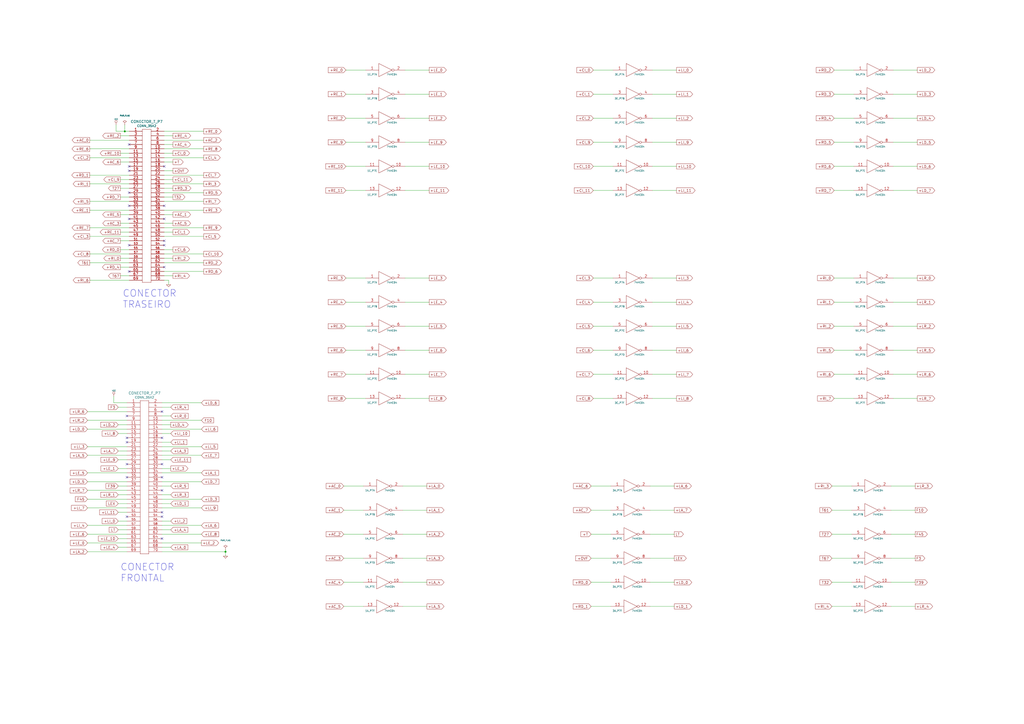
<source format=kicad_sch>
(kicad_sch (version 20250114) (generator "eeschema") (generator_version "9.0")
  (paper "A2")
  (title_block (date "2 aug 2016"))
  (text "CONECTOR\nFRONTAL" (at 69.85 337.82 0) (effects (font (size 3.9878 3.9878)) (justify left bottom)))
  (text "CONECTOR\nTRASEIRO" (at 71.12 179.07 0) (effects (font (size 3.9878 3.9878)) (justify left bottom)))
  (junction (at 130.81 320.04))
  (junction (at 72.39 76.2))
  (no_connect (at 74.93 99.06))
  (no_connect (at 74.93 83.82))
  (no_connect (at 73.66 276.86))
  (no_connect (at 74.93 119.38))
  (no_connect (at 73.66 256.54))
  (no_connect (at 74.93 127))
  (no_connect (at 93.98 254))
  (no_connect (at 73.66 254))
  (no_connect (at 74.93 96.52))
  (no_connect (at 73.66 269.24))
  (no_connect (at 95.25 139.7))
  (no_connect (at 93.98 238.76))
  (no_connect (at 95.25 119.38))
  (no_connect (at 93.98 299.72))
  (no_connect (at 74.93 157.48))
  (no_connect (at 93.98 269.24))
  (no_connect (at 93.98 284.48))
  (no_connect (at 95.25 127))
  (no_connect (at 73.66 299.72))
  (no_connect (at 95.25 154.94))
  (no_connect (at 95.25 142.24))
  (no_connect (at 93.98 276.86))
  (no_connect (at 74.93 111.76))
  (no_connect (at 93.98 297.18))
  (no_connect (at 73.66 241.3))
  (no_connect (at 74.93 142.24))
  (no_connect (at 95.25 96.52))
  (no_connect (at 93.98 312.42))
  (wire (pts (xy 116.84 304.8) (xy 93.98 304.8)))
  (wire (pts (xy 392.43 96.52) (xy 378.46 96.52)))
  (wire (pts (xy 50.8 248.92) (xy 73.66 248.92)))
  (wire (pts (xy 68.58 292.1) (xy 73.66 292.1)))
  (wire (pts (xy 248.92 203.2) (xy 234.95 203.2)))
  (wire (pts (xy 116.84 243.84) (xy 93.98 243.84)))
  (wire (pts (xy 212.09 231.14) (xy 200.66 231.14)))
  (wire (pts (xy 52.07 137.16) (xy 74.93 137.16)))
  (wire (pts (xy 247.65 323.85) (xy 233.68 323.85)))
  (wire (pts (xy 212.09 68.58) (xy 200.66 68.58)))
  (wire (pts (xy 212.09 189.23) (xy 200.66 189.23)))
  (wire (pts (xy 391.16 337.82) (xy 377.19 337.82)))
  (wire (pts (xy 494.03 337.82) (xy 482.6 337.82)))
  (wire (pts (xy 495.3 231.14) (xy 483.87 231.14)))
  (wire (pts (xy 392.43 217.17) (xy 378.46 217.17)))
  (wire (pts (xy 118.11 106.68) (xy 95.25 106.68)))
  (wire (pts (xy 68.58 287.02) (xy 73.66 287.02)))
  (wire (pts (xy 248.92 161.29) (xy 234.95 161.29)))
  (wire (pts (xy 354.33 337.82) (xy 342.9 337.82)))
  (wire (pts (xy 67.31 72.39) (xy 67.31 76.2)))
  (wire (pts (xy 52.07 152.4) (xy 74.93 152.4)))
  (wire (pts (xy 248.92 40.64) (xy 234.95 40.64)))
  (wire (pts (xy 532.13 217.17) (xy 518.16 217.17)))
  (wire (pts (xy 354.33 281.94) (xy 342.9 281.94)))
  (wire (pts (xy 248.92 189.23) (xy 234.95 189.23)))
  (wire (pts (xy 68.58 271.78) (xy 73.66 271.78)))
  (wire (pts (xy 68.58 317.5) (xy 73.66 317.5)))
  (wire (pts (xy 530.86 323.85) (xy 516.89 323.85)))
  (wire (pts (xy 248.92 82.55) (xy 234.95 82.55)))
  (wire (pts (xy 68.58 246.38) (xy 73.66 246.38)))
  (wire (pts (xy 495.3 82.55) (xy 483.87 82.55)))
  (wire (pts (xy 66.04 233.68) (xy 73.66 233.68)))
  (wire (pts (xy 99.06 271.78) (xy 93.98 271.78)))
  (wire (pts (xy 100.33 129.54) (xy 95.25 129.54)))
  (wire (pts (xy 100.33 114.3) (xy 95.25 114.3)))
  (wire (pts (xy 532.13 96.52) (xy 518.16 96.52)))
  (wire (pts (xy 495.3 54.61) (xy 483.87 54.61)))
  (wire (pts (xy 100.33 109.22) (xy 95.25 109.22)))
  (wire (pts (xy 391.16 309.88) (xy 377.19 309.88)))
  (wire (pts (xy 99.06 281.94) (xy 93.98 281.94)))
  (wire (pts (xy 494.03 323.85) (xy 482.6 323.85)))
  (wire (pts (xy 355.6 217.17) (xy 344.17 217.17)))
  (wire (pts (xy 116.84 279.4) (xy 93.98 279.4)))
  (wire (pts (xy 391.16 281.94) (xy 377.19 281.94)))
  (wire (pts (xy 210.82 337.82) (xy 199.39 337.82)))
  (wire (pts (xy 93.98 248.92) (xy 116.84 248.92)))
  (wire (pts (xy 248.92 54.61) (xy 234.95 54.61)))
  (wire (pts (xy 530.86 337.82) (xy 516.89 337.82)))
  (wire (pts (xy 392.43 231.14) (xy 378.46 231.14)))
  (wire (pts (xy 118.11 86.36) (xy 95.25 86.36)))
  (wire (pts (xy 100.33 83.82) (xy 95.25 83.82)))
  (wire (pts (xy 99.06 307.34) (xy 93.98 307.34)))
  (wire (pts (xy 495.3 175.26) (xy 483.87 175.26)))
  (wire (pts (xy 392.43 82.55) (xy 378.46 82.55)))
  (wire (pts (xy 495.3 40.64) (xy 483.87 40.64)))
  (wire (pts (xy 210.82 351.79) (xy 199.39 351.79)))
  (wire (pts (xy 69.85 104.14) (xy 74.93 104.14)))
  (wire (pts (xy 69.85 129.54) (xy 74.93 129.54)))
  (wire (pts (xy 532.13 68.58) (xy 518.16 68.58)))
  (wire (pts (xy 495.3 217.17) (xy 483.87 217.17)))
  (wire (pts (xy 210.82 323.85) (xy 199.39 323.85)))
  (wire (pts (xy 355.6 161.29) (xy 344.17 161.29)))
  (wire (pts (xy 74.93 149.86) (xy 69.85 149.86)))
  (wire (pts (xy 68.58 266.7) (xy 73.66 266.7)))
  (wire (pts (xy 212.09 54.61) (xy 200.66 54.61)))
  (wire (pts (xy 99.06 251.46) (xy 93.98 251.46)))
  (wire (pts (xy 50.8 320.04) (xy 73.66 320.04)))
  (wire (pts (xy 50.8 309.88) (xy 73.66 309.88)))
  (wire (pts (xy 100.33 93.98) (xy 95.25 93.98)))
  (wire (pts (xy 99.06 292.1) (xy 93.98 292.1)))
  (wire (pts (xy 99.06 246.38) (xy 93.98 246.38)))
  (wire (pts (xy 130.81 318.77) (xy 130.81 320.04)))
  (wire (pts (xy 355.6 68.58) (xy 344.17 68.58)))
  (wire (pts (xy 99.06 266.7) (xy 93.98 266.7)))
  (wire (pts (xy 99.06 241.3) (xy 93.98 241.3)))
  (wire (pts (xy 532.13 189.23) (xy 518.16 189.23)))
  (wire (pts (xy 52.07 101.6) (xy 74.93 101.6)))
  (wire (pts (xy 100.33 104.14) (xy 95.25 104.14)))
  (wire (pts (xy 247.65 309.88) (xy 233.68 309.88)))
  (wire (pts (xy 247.65 351.79) (xy 233.68 351.79)))
  (wire (pts (xy 67.31 76.2) (xy 72.39 76.2)))
  (wire (pts (xy 532.13 203.2) (xy 518.16 203.2)))
  (wire (pts (xy 100.33 78.74) (xy 95.25 78.74)))
  (wire (pts (xy 52.07 132.08) (xy 74.93 132.08)))
  (wire (pts (xy 118.11 101.6) (xy 95.25 101.6)))
  (wire (pts (xy 130.81 320.04) (xy 130.81 322.58)))
  (wire (pts (xy 116.84 274.32) (xy 93.98 274.32)))
  (wire (pts (xy 69.85 114.3) (xy 74.93 114.3)))
  (wire (pts (xy 97.79 162.56) (xy 97.79 165.1)))
  (wire (pts (xy 495.3 161.29) (xy 483.87 161.29)))
  (wire (pts (xy 495.3 96.52) (xy 483.87 96.52)))
  (wire (pts (xy 494.03 351.79) (xy 482.6 351.79)))
  (wire (pts (xy 118.11 137.16) (xy 95.25 137.16)))
  (wire (pts (xy 248.92 175.26) (xy 234.95 175.26)))
  (wire (pts (xy 52.07 162.56) (xy 74.93 162.56)))
  (wire (pts (xy 68.58 302.26) (xy 73.66 302.26)))
  (wire (pts (xy 532.13 161.29) (xy 518.16 161.29)))
  (wire (pts (xy 212.09 110.49) (xy 200.66 110.49)))
  (wire (pts (xy 50.8 279.4) (xy 73.66 279.4)))
  (wire (pts (xy 50.8 243.84) (xy 73.66 243.84)))
  (wire (pts (xy 494.03 295.91) (xy 482.6 295.91)))
  (wire (pts (xy 118.11 152.4) (xy 95.25 152.4)))
  (wire (pts (xy 355.6 189.23) (xy 344.17 189.23)))
  (wire (pts (xy 495.3 189.23) (xy 483.87 189.23)))
  (wire (pts (xy 116.84 289.56) (xy 93.98 289.56)))
  (wire (pts (xy 118.11 81.28) (xy 95.25 81.28)))
  (wire (pts (xy 532.13 231.14) (xy 518.16 231.14)))
  (wire (pts (xy 68.58 251.46) (xy 73.66 251.46)))
  (wire (pts (xy 69.85 78.74) (xy 74.93 78.74)))
  (wire (pts (xy 532.13 175.26) (xy 518.16 175.26)))
  (wire (pts (xy 494.03 309.88) (xy 482.6 309.88)))
  (wire (pts (xy 50.8 274.32) (xy 73.66 274.32)))
  (wire (pts (xy 248.92 68.58) (xy 234.95 68.58)))
  (wire (pts (xy 100.33 99.06) (xy 95.25 99.06)))
  (wire (pts (xy 116.84 259.08) (xy 93.98 259.08)))
  (wire (pts (xy 354.33 351.79) (xy 342.9 351.79)))
  (wire (pts (xy 247.65 295.91) (xy 233.68 295.91)))
  (wire (pts (xy 530.86 295.91) (xy 516.89 295.91)))
  (wire (pts (xy 100.33 88.9) (xy 95.25 88.9)))
  (wire (pts (xy 212.09 40.64) (xy 200.66 40.64)))
  (wire (pts (xy 66.04 229.87) (xy 66.04 233.68)))
  (wire (pts (xy 532.13 40.64) (xy 518.16 40.64)))
  (wire (pts (xy 495.3 68.58) (xy 483.87 68.58)))
  (wire (pts (xy 52.07 91.44) (xy 74.93 91.44)))
  (wire (pts (xy 392.43 161.29) (xy 378.46 161.29)))
  (wire (pts (xy 532.13 82.55) (xy 518.16 82.55)))
  (wire (pts (xy 248.92 217.17) (xy 234.95 217.17)))
  (wire (pts (xy 69.85 124.46) (xy 74.93 124.46)))
  (wire (pts (xy 99.06 236.22) (xy 93.98 236.22)))
  (wire (pts (xy 355.6 82.55) (xy 344.17 82.55)))
  (wire (pts (xy 212.09 161.29) (xy 200.66 161.29)))
  (wire (pts (xy 212.09 217.17) (xy 200.66 217.17)))
  (wire (pts (xy 118.11 157.48) (xy 95.25 157.48)))
  (wire (pts (xy 130.81 320.04) (xy 93.98 320.04)))
  (wire (pts (xy 95.25 162.56) (xy 97.79 162.56)))
  (wire (pts (xy 118.11 116.84) (xy 95.25 116.84)))
  (wire (pts (xy 355.6 96.52) (xy 344.17 96.52)))
  (wire (pts (xy 72.39 72.39) (xy 72.39 76.2)))
  (wire (pts (xy 210.82 309.88) (xy 199.39 309.88)))
  (wire (pts (xy 392.43 110.49) (xy 378.46 110.49)))
  (wire (pts (xy 99.06 317.5) (xy 93.98 317.5)))
  (wire (pts (xy 100.33 134.62) (xy 95.25 134.62)))
  (wire (pts (xy 354.33 309.88) (xy 342.9 309.88)))
  (wire (pts (xy 495.3 110.49) (xy 483.87 110.49)))
  (wire (pts (xy 116.84 314.96) (xy 93.98 314.96)))
  (wire (pts (xy 99.06 287.02) (xy 93.98 287.02)))
  (wire (pts (xy 116.84 264.16) (xy 93.98 264.16)))
  (wire (pts (xy 212.09 175.26) (xy 200.66 175.26)))
  (wire (pts (xy 391.16 295.91) (xy 377.19 295.91)))
  (wire (pts (xy 50.8 314.96) (xy 73.66 314.96)))
  (wire (pts (xy 355.6 40.64) (xy 344.17 40.64)))
  (wire (pts (xy 52.07 147.32) (xy 74.93 147.32)))
  (wire (pts (xy 69.85 154.94) (xy 74.93 154.94)))
  (wire (pts (xy 99.06 302.26) (xy 93.98 302.26)))
  (wire (pts (xy 69.85 93.98) (xy 74.93 93.98)))
  (wire (pts (xy 100.33 160.02) (xy 95.25 160.02)))
  (wire (pts (xy 354.33 323.85) (xy 342.9 323.85)))
  (wire (pts (xy 52.07 106.68) (xy 74.93 106.68)))
  (wire (pts (xy 52.07 121.92) (xy 74.93 121.92)))
  (wire (pts (xy 69.85 160.02) (xy 74.93 160.02)))
  (wire (pts (xy 355.6 54.61) (xy 344.17 54.61)))
  (wire (pts (xy 52.07 116.84) (xy 74.93 116.84)))
  (wire (pts (xy 392.43 40.64) (xy 378.46 40.64)))
  (wire (pts (xy 530.86 351.79) (xy 516.89 351.79)))
  (wire (pts (xy 69.85 134.62) (xy 74.93 134.62)))
  (wire (pts (xy 212.09 203.2) (xy 200.66 203.2)))
  (wire (pts (xy 118.11 76.2) (xy 95.25 76.2)))
  (wire (pts (xy 50.8 238.76) (xy 73.66 238.76)))
  (wire (pts (xy 74.93 144.78) (xy 69.85 144.78)))
  (wire (pts (xy 50.8 289.56) (xy 73.66 289.56)))
  (wire (pts (xy 355.6 110.49) (xy 344.17 110.49)))
  (wire (pts (xy 530.86 281.94) (xy 516.89 281.94)))
  (wire (pts (xy 69.85 139.7) (xy 74.93 139.7)))
  (wire (pts (xy 530.86 309.88) (xy 516.89 309.88)))
  (wire (pts (xy 69.85 88.9) (xy 74.93 88.9)))
  (wire (pts (xy 247.65 281.94) (xy 233.68 281.94)))
  (wire (pts (xy 68.58 236.22) (xy 73.66 236.22)))
  (wire (pts (xy 100.33 124.46) (xy 95.25 124.46)))
  (wire (pts (xy 392.43 68.58) (xy 378.46 68.58)))
  (wire (pts (xy 72.39 76.2) (xy 74.93 76.2)))
  (wire (pts (xy 118.11 91.44) (xy 95.25 91.44)))
  (wire (pts (xy 50.8 264.16) (xy 73.66 264.16)))
  (wire (pts (xy 50.8 259.08) (xy 73.66 259.08)))
  (wire (pts (xy 100.33 144.78) (xy 95.25 144.78)))
  (wire (pts (xy 354.33 295.91) (xy 342.9 295.91)))
  (wire (pts (xy 392.43 54.61) (xy 378.46 54.61)))
  (wire (pts (xy 68.58 281.94) (xy 73.66 281.94)))
  (wire (pts (xy 68.58 307.34) (xy 73.66 307.34)))
  (wire (pts (xy 68.58 312.42) (xy 73.66 312.42)))
  (wire (pts (xy 100.33 149.86) (xy 95.25 149.86)))
  (wire (pts (xy 391.16 351.79) (xy 377.19 351.79)))
  (wire (pts (xy 355.6 175.26) (xy 344.17 175.26)))
  (wire (pts (xy 391.16 323.85) (xy 377.19 323.85)))
  (wire (pts (xy 212.09 96.52) (xy 200.66 96.52)))
  (wire (pts (xy 99.06 261.62) (xy 93.98 261.62)))
  (wire (pts (xy 392.43 175.26) (xy 378.46 175.26)))
  (wire (pts (xy 118.11 121.92) (xy 95.25 121.92)))
  (wire (pts (xy 392.43 189.23) (xy 378.46 189.23)))
  (wire (pts (xy 99.06 256.54) (xy 93.98 256.54)))
  (wire (pts (xy 52.07 86.36) (xy 74.93 86.36)))
  (wire (pts (xy 116.84 294.64) (xy 93.98 294.64)))
  (wire (pts (xy 118.11 111.76) (xy 95.25 111.76)))
  (wire (pts (xy 532.13 54.61) (xy 518.16 54.61)))
  (wire (pts (xy 355.6 203.2) (xy 344.17 203.2)))
  (wire (pts (xy 494.03 281.94) (xy 482.6 281.94)))
  (wire (pts (xy 247.65 337.82) (xy 233.68 337.82)))
  (wire (pts (xy 210.82 281.94) (xy 199.39 281.94)))
  (wire (pts (xy 392.43 203.2) (xy 378.46 203.2)))
  (wire (pts (xy 50.8 294.64) (xy 73.66 294.64)))
  (wire (pts (xy 116.84 233.68) (xy 93.98 233.68)))
  (wire (pts (xy 210.82 295.91) (xy 199.39 295.91)))
  (wire (pts (xy 52.07 81.28) (xy 74.93 81.28)))
  (wire (pts (xy 69.85 109.22) (xy 74.93 109.22)))
  (wire (pts (xy 118.11 147.32) (xy 95.25 147.32)))
  (wire (pts (xy 532.13 110.49) (xy 518.16 110.49)))
  (wire (pts (xy 68.58 297.18) (xy 73.66 297.18)))
  (wire (pts (xy 248.92 110.49) (xy 234.95 110.49)))
  (wire (pts (xy 495.3 203.2) (xy 483.87 203.2)))
  (wire (pts (xy 68.58 261.62) (xy 73.66 261.62)))
  (wire (pts (xy 355.6 231.14) (xy 344.17 231.14)))
  (wire (pts (xy 248.92 96.52) (xy 234.95 96.52)))
  (wire (pts (xy 50.8 304.8) (xy 73.66 304.8)))
  (wire (pts (xy 50.8 284.48) (xy 73.66 284.48)))
  (wire (pts (xy 212.09 82.55) (xy 200.66 82.55)))
  (wire (pts (xy 248.92 231.14) (xy 234.95 231.14)))
  (wire (pts (xy 118.11 132.08) (xy 95.25 132.08)))
  (wire (pts (xy 116.84 309.88) (xy 93.98 309.88)))
  (global_label "+RD_6" (shape output) (at 118.11 157.48 0) (effects (font (size 1.524 1.524))) (property "Intersheetrefs" "${INTERSHEET_REFS}" (effects (hide yes))))
  (global_label "+LR_0" (shape input) (at 99.06 241.3 0) (effects (font (size 1.524 1.524))) (property "Intersheetrefs" "${INTERSHEET_REFS}" (effects (hide yes))))
  (global_label "+RI_3" (shape output) (at 118.11 106.68 0) (effects (font (size 1.524 1.524))) (property "Intersheetrefs" "${INTERSHEET_REFS}" (effects (hide yes))))
  (global_label "T67" (shape input) (at 482.6 323.85 180) (effects (font (size 1.524 1.524))) (property "Intersheetrefs" "${INTERSHEET_REFS}" (effects (hide yes))))
  (global_label "+RD_7" (shape input) (at 483.87 110.49 180) (effects (font (size 1.524 1.524))) (property "Intersheetrefs" "${INTERSHEET_REFS}" (effects (hide yes))))
  (global_label "+LA_1" (shape input) (at 116.84 274.32 0) (effects (font (size 1.524 1.524))) (property "Intersheetrefs" "${INTERSHEET_REFS}" (effects (hide yes))))
  (global_label "+LE_2" (shape output) (at 116.84 314.96 0) (effects (font (size 1.524 1.524))) (property "Intersheetrefs" "${INTERSHEET_REFS}" (effects (hide yes))))
  (global_label "+RI_4" (shape input) (at 482.6 351.79 180) (effects (font (size 1.524 1.524))) (property "Intersheetrefs" "${INTERSHEET_REFS}" (effects (hide yes))))
  (global_label "+LA_2" (shape output) (at 247.65 309.88 0) (effects (font (size 1.524 1.524))) (property "Intersheetrefs" "${INTERSHEET_REFS}" (effects (hide yes))))
  (global_label "+RD_7" (shape output) (at 69.85 114.3 180) (effects (font (size 1.524 1.524))) (property "Intersheetrefs" "${INTERSHEET_REFS}" (effects (hide yes))))
  (global_label "+RI_2" (shape output) (at 100.33 149.86 0) (effects (font (size 1.524 1.524))) (property "Intersheetrefs" "${INTERSHEET_REFS}" (effects (hide yes))))
  (global_label "+LR_5" (shape input) (at 99.06 281.94 0) (effects (font (size 1.524 1.524))) (property "Intersheetrefs" "${INTERSHEET_REFS}" (effects (hide yes))))
  (global_label "+AC_2" (shape input) (at 199.39 309.88 180) (effects (font (size 1.524 1.524))) (property "Intersheetrefs" "${INTERSHEET_REFS}" (effects (hide yes))))
  (global_label "+LI_11" (shape input) (at 68.58 297.18 180) (effects (font (size 1.524 1.524))) (property "Intersheetrefs" "${INTERSHEET_REFS}" (effects (hide yes))))
  (global_label "+OVF" (shape output) (at 100.33 99.06 0) (effects (font (size 1.524 1.524))) (property "Intersheetrefs" "${INTERSHEET_REFS}" (effects (hide yes))))
  (global_label "+LA_3" (shape output) (at 247.65 323.85 0) (effects (font (size 1.524 1.524))) (property "Intersheetrefs" "${INTERSHEET_REFS}" (effects (hide yes))))
  (global_label "+LD_7" (shape input) (at 116.84 279.4 0) (effects (font (size 1.524 1.524))) (property "Intersheetrefs" "${INTERSHEET_REFS}" (effects (hide yes))))
  (global_label "+LI_4" (shape input) (at 50.8 304.8 180) (effects (font (size 1.524 1.524))) (property "Intersheetrefs" "${INTERSHEET_REFS}" (effects (hide yes))))
  (global_label "+LI_5" (shape input) (at 116.84 259.08 0) (effects (font (size 1.524 1.524))) (property "Intersheetrefs" "${INTERSHEET_REFS}" (effects (hide yes))))
  (global_label "+RD_3" (shape input) (at 483.87 54.61 180) (effects (font (size 1.524 1.524))) (property "Intersheetrefs" "${INTERSHEET_REFS}" (effects (hide yes))))
  (global_label "+LA_0" (shape input) (at 99.06 317.5 0) (effects (font (size 1.524 1.524))) (property "Intersheetrefs" "${INTERSHEET_REFS}" (effects (hide yes))))
  (global_label "+RE_11" (shape input) (at 200.66 110.49 180) (effects (font (size 1.524 1.524))) (property "Intersheetrefs" "${INTERSHEET_REFS}" (effects (hide yes))))
  (global_label "+LD_7" (shape output) (at 532.13 110.49 0) (effects (font (size 1.524 1.524))) (property "Intersheetrefs" "${INTERSHEET_REFS}" (effects (hide yes))))
  (global_label "+RE_1" (shape input) (at 200.66 54.61 180) (effects (font (size 1.524 1.524))) (property "Intersheetrefs" "${INTERSHEET_REFS}" (effects (hide yes))))
  (global_label "+RI_0" (shape output) (at 69.85 149.86 180) (effects (font (size 1.524 1.524))) (property "Intersheetrefs" "${INTERSHEET_REFS}" (effects (hide yes))))
  (global_label "+LI_9" (shape input) (at 116.84 294.64 0) (effects (font (size 1.524 1.524))) (property "Intersheetrefs" "${INTERSHEET_REFS}" (effects (hide yes))))
  (global_label "+AC_4" (shape input) (at 199.39 337.82 180) (effects (font (size 1.524 1.524))) (property "Intersheetrefs" "${INTERSHEET_REFS}" (effects (hide yes))))
  (global_label "+RE_7" (shape input) (at 200.66 217.17 180) (effects (font (size 1.524 1.524))) (property "Intersheetrefs" "${INTERSHEET_REFS}" (effects (hide yes))))
  (global_label "T32" (shape input) (at 482.6 337.82 180) (effects (font (size 1.524 1.524))) (property "Intersheetrefs" "${INTERSHEET_REFS}" (effects (hide yes))))
  (global_label "+LA_7" (shape output) (at 391.16 295.91 0) (effects (font (size 1.524 1.524))) (property "Intersheetrefs" "${INTERSHEET_REFS}" (effects (hide yes))))
  (global_label "+LE_10" (shape output) (at 248.92 96.52 0) (effects (font (size 1.524 1.524))) (property "Intersheetrefs" "${INTERSHEET_REFS}" (effects (hide yes))))
  (global_label "+AC_7" (shape input) (at 342.9 295.91 180) (effects (font (size 1.524 1.524))) (property "Intersheetrefs" "${INTERSHEET_REFS}" (effects (hide yes))))
  (global_label "+AC_5" (shape input) (at 199.39 351.79 180) (effects (font (size 1.524 1.524))) (property "Intersheetrefs" "${INTERSHEET_REFS}" (effects (hide yes))))
  (global_label "+LA_4" (shape output) (at 247.65 337.82 0) (effects (font (size 1.524 1.524))) (property "Intersheetrefs" "${INTERSHEET_REFS}" (effects (hide yes))))
  (global_label "+LE_5" (shape output) (at 248.92 189.23 0) (effects (font (size 1.524 1.524))) (property "Intersheetrefs" "${INTERSHEET_REFS}" (effects (hide yes))))
  (global_label "+LD_6" (shape input) (at 116.84 233.68 0) (effects (font (size 1.524 1.524))) (property "Intersheetrefs" "${INTERSHEET_REFS}" (effects (hide yes))))
  (global_label "+RE_11" (shape output) (at 69.85 134.62 180) (effects (font (size 1.524 1.524))) (property "Intersheetrefs" "${INTERSHEET_REFS}" (effects (hide yes))))
  (global_label "+LI_4" (shape output) (at 392.43 175.26 0) (effects (font (size 1.524 1.524))) (property "Intersheetrefs" "${INTERSHEET_REFS}" (effects (hide yes))))
  (global_label "+AC_6" (shape input) (at 342.9 281.94 180) (effects (font (size 1.524 1.524))) (property "Intersheetrefs" "${INTERSHEET_REFS}" (effects (hide yes))))
  (global_label "+LR_0" (shape output) (at 532.13 161.29 0) (effects (font (size 1.524 1.524))) (property "Intersheetrefs" "${INTERSHEET_REFS}" (effects (hide yes))))
  (global_label "+T" (shape input) (at 342.9 309.88 180) (effects (font (size 1.524 1.524))) (property "Intersheetrefs" "${INTERSHEET_REFS}" (effects (hide yes))))
  (global_label "T27" (shape input) (at 482.6 309.88 180) (effects (font (size 1.524 1.524))) (property "Intersheetrefs" "${INTERSHEET_REFS}" (effects (hide yes))))
  (global_label "+LR_2" (shape output) (at 532.13 189.23 0) (effects (font (size 1.524 1.524))) (property "Intersheetrefs" "${INTERSHEET_REFS}" (effects (hide yes))))
  (global_label "+RD_1" (shape output) (at 52.07 101.6 180) (effects (font (size 1.524 1.524))) (property "Intersheetrefs" "${INTERSHEET_REFS}" (effects (hide yes))))
  (global_label "+LE_11" (shape output) (at 248.92 110.49 0) (effects (font (size 1.524 1.524))) (property "Intersheetrefs" "${INTERSHEET_REFS}" (effects (hide yes))))
  (global_label "+LE_0" (shape input) (at 50.8 314.96 180) (effects (font (size 1.524 1.524))) (property "Intersheetrefs" "${INTERSHEET_REFS}" (effects (hide yes))))
  (global_label "+LI_0" (shape input) (at 68.58 302.26 180) (effects (font (size 1.524 1.524))) (property "Intersheetrefs" "${INTERSHEET_REFS}" (effects (hide yes))))
  (global_label "+RE_8" (shape output) (at 118.11 86.36 0) (effects (font (size 1.524 1.524))) (property "Intersheetrefs" "${INTERSHEET_REFS}" (effects (hide yes))))
  (global_label "T32" (shape output) (at 100.33 114.3 0) (effects (font (size 1.524 1.524))) (property "Intersheetrefs" "${INTERSHEET_REFS}" (effects (hide yes))))
  (global_label "+RI_7" (shape output) (at 118.11 116.84 0) (effects (font (size 1.524 1.524))) (property "Intersheetrefs" "${INTERSHEET_REFS}" (effects (hide yes))))
  (global_label "LEX" (shape output) (at 391.16 323.85 0) (effects (font (size 1.524 1.524))) (property "Intersheetrefs" "${INTERSHEET_REFS}" (effects (hide yes))))
  (global_label "+CI_6" (shape input) (at 344.17 203.2 180) (effects (font (size 1.524 1.524))) (property "Intersheetrefs" "${INTERSHEET_REFS}" (effects (hide yes))))
  (global_label "+CI_0" (shape output) (at 100.33 88.9 0) (effects (font (size 1.524 1.524))) (property "Intersheetrefs" "${INTERSHEET_REFS}" (effects (hide yes))))
  (global_label "+RE_6" (shape output) (at 52.07 86.36 180) (effects (font (size 1.524 1.524))) (property "Intersheetrefs" "${INTERSHEET_REFS}" (effects (hide yes))))
  (global_label "+CI_9" (shape output) (at 69.85 104.14 180) (effects (font (size 1.524 1.524))) (property "Intersheetrefs" "${INTERSHEET_REFS}" (effects (hide yes))))
  (global_label "+LR_7" (shape output) (at 532.13 231.14 0) (effects (font (size 1.524 1.524))) (property "Intersheetrefs" "${INTERSHEET_REFS}" (effects (hide yes))))
  (global_label "+LI_3" (shape output) (at 392.43 161.29 0) (effects (font (size 1.524 1.524))) (property "Intersheetrefs" "${INTERSHEET_REFS}" (effects (hide yes))))
  (global_label "+LD_4" (shape output) (at 532.13 68.58 0) (effects (font (size 1.524 1.524))) (property "Intersheetrefs" "${INTERSHEET_REFS}" (effects (hide yes))))
  (global_label "+OVF" (shape input) (at 342.9 323.85 180) (effects (font (size 1.524 1.524))) (property "Intersheetrefs" "${INTERSHEET_REFS}" (effects (hide yes))))
  (global_label "+AC_3" (shape output) (at 69.85 129.54 180) (effects (font (size 1.524 1.524))) (property "Intersheetrefs" "${INTERSHEET_REFS}" (effects (hide yes))))
  (global_label "+LI_1" (shape input) (at 99.06 256.54 0) (effects (font (size 1.524 1.524))) (property "Intersheetrefs" "${INTERSHEET_REFS}" (effects (hide yes))))
  (global_label "+LD_3" (shape input) (at 116.84 289.56 0) (effects (font (size 1.524 1.524))) (property "Intersheetrefs" "${INTERSHEET_REFS}" (effects (hide yes))))
  (global_label "+LR_4" (shape input) (at 99.06 236.22 0) (effects (font (size 1.524 1.524))) (property "Intersheetrefs" "${INTERSHEET_REFS}" (effects (hide yes))))
  (global_label "+LA_6" (shape output) (at 391.16 281.94 0) (effects (font (size 1.524 1.524))) (property "Intersheetrefs" "${INTERSHEET_REFS}" (effects (hide yes))))
  (global_label "T61" (shape output) (at 52.07 152.4 180) (effects (font (size 1.524 1.524))) (property "Intersheetrefs" "${INTERSHEET_REFS}" (effects (hide yes))))
  (global_label "+LE_9" (shape output) (at 248.92 82.55 0) (effects (font (size 1.524 1.524))) (property "Intersheetrefs" "${INTERSHEET_REFS}" (effects (hide yes))))
  (global_label "+RI_2" (shape input) (at 483.87 189.23 180) (effects (font (size 1.524 1.524))) (property "Intersheetrefs" "${INTERSHEET_REFS}" (effects (hide yes))))
  (global_label "+CI_5" (shape output) (at 118.11 137.16 0) (effects (font (size 1.524 1.524))) (property "Intersheetrefs" "${INTERSHEET_REFS}" (effects (hide yes))))
  (global_label "+RI_5" (shape output) (at 52.07 116.84 180) (effects (font (size 1.524 1.524))) (property "Intersheetrefs" "${INTERSHEET_REFS}" (effects (hide yes))))
  (global_label "+RE_5" (shape output) (at 69.85 124.46 180) (effects (font (size 1.524 1.524))) (property "Intersheetrefs" "${INTERSHEET_REFS}" (effects (hide yes))))
  (global_label "LT" (shape output) (at 391.16 309.88 0) (effects (font (size 1.524 1.524))) (property "Intersheetrefs" "${INTERSHEET_REFS}" (effects (hide yes))))
  (global_label "+LI_5" (shape output) (at 392.43 189.23 0) (effects (font (size 1.524 1.524))) (property "Intersheetrefs" "${INTERSHEET_REFS}" (effects (hide yes))))
  (global_label "+LI_7" (shape output) (at 392.43 217.17 0) (effects (font (size 1.524 1.524))) (property "Intersheetrefs" "${INTERSHEET_REFS}" (effects (hide yes))))
  (global_label "+LD_1" (shape input) (at 99.06 292.1 0) (effects (font (size 1.524 1.524))) (property "Intersheetrefs" "${INTERSHEET_REFS}" (effects (hide yes))))
  (global_label "+RD_4" (shape output) (at 69.85 154.94 180) (effects (font (size 1.524 1.524))) (property "Intersheetrefs" "${INTERSHEET_REFS}" (effects (hide yes))))
  (global_label "+LD_2" (shape input) (at 68.58 246.38 180) (effects (font (size 1.524 1.524))) (property "Intersheetrefs" "${INTERSHEET_REFS}" (effects (hide yes))))
  (global_label "+LA_5" (shape input) (at 50.8 264.16 180) (effects (font (size 1.524 1.524))) (property "Intersheetrefs" "${INTERSHEET_REFS}" (effects (hide yes))))
  (global_label "+LE_8" (shape output) (at 248.92 231.14 0) (effects (font (size 1.524 1.524))) (property "Intersheetrefs" "${INTERSHEET_REFS}" (effects (hide yes))))
  (global_label "+RI_0" (shape input) (at 483.87 161.29 180) (effects (font (size 1.524 1.524))) (property "Intersheetrefs" "${INTERSHEET_REFS}" (effects (hide yes))))
  (global_label "T67" (shape output) (at 69.85 160.02 180) (effects (font (size 1.524 1.524))) (property "Intersheetrefs" "${INTERSHEET_REFS}" (effects (hide yes))))
  (global_label "+LA_1" (shape output) (at 247.65 295.91 0) (effects (font (size 1.524 1.524))) (property "Intersheetrefs" "${INTERSHEET_REFS}" (effects (hide yes))))
  (global_label "+RE_1" (shape output) (at 52.07 121.92 180) (effects (font (size 1.524 1.524))) (property "Intersheetrefs" "${INTERSHEET_REFS}" (effects (hide yes))))
  (global_label "+RI_6" (shape input) (at 483.87 217.17 180) (effects (font (size 1.524 1.524))) (property "Intersheetrefs" "${INTERSHEET_REFS}" (effects (hide yes))))
  (global_label "+RE_0" (shape input) (at 200.66 40.64 180) (effects (font (size 1.524 1.524))) (property "Intersheetrefs" "${INTERSHEET_REFS}" (effects (hide yes))))
  (global_label "+LD_3" (shape output) (at 532.13 54.61 0) (effects (font (size 1.524 1.524))) (property "Intersheetrefs" "${INTERSHEET_REFS}" (effects (hide yes))))
  (global_label "+LA_0" (shape output) (at 247.65 281.94 0) (effects (font (size 1.524 1.524))) (property "Intersheetrefs" "${INTERSHEET_REFS}" (effects (hide yes))))
  (global_label "+LE_3" (shape output) (at 248.92 161.29 0) (effects (font (size 1.524 1.524))) (property "Intersheetrefs" "${INTERSHEET_REFS}" (effects (hide yes))))
  (global_label "+LI_2" (shape output) (at 392.43 68.58 0) (effects (font (size 1.524 1.524))) (property "Intersheetrefs" "${INTERSHEET_REFS}" (effects (hide yes))))
  (global_label "+LD_5" (shape input) (at 50.8 279.4 180) (effects (font (size 1.524 1.524))) (property "Intersheetrefs" "${INTERSHEET_REFS}" (effects (hide yes))))
  (global_label "+RD_4" (shape input) (at 483.87 68.58 180) (effects (font (size 1.524 1.524))) (property "Intersheetrefs" "${INTERSHEET_REFS}" (effects (hide yes))))
  (global_label "+CI_2" (shape output) (at 52.07 91.44 180) (effects (font (size 1.524 1.524))) (property "Intersheetrefs" "${INTERSHEET_REFS}" (effects (hide yes))))
  (global_label "+CI_6" (shape output) (at 100.33 144.78 0) (effects (font (size 1.524 1.524))) (property "Intersheetrefs" "${INTERSHEET_REFS}" (effects (hide yes))))
  (global_label "+LR_1" (shape output) (at 532.13 175.26 0) (effects (font (size 1.524 1.524))) (property "Intersheetrefs" "${INTERSHEET_REFS}" (effects (hide yes))))
  (global_label "+LE_8" (shape input) (at 116.84 309.88 0) (effects (font (size 1.524 1.524))) (property "Intersheetrefs" "${INTERSHEET_REFS}" (effects (hide yes))))
  (global_label "+RE_6" (shape input) (at 200.66 203.2 180) (effects (font (size 1.524 1.524))) (property "Intersheetrefs" "${INTERSHEET_REFS}" (effects (hide yes))))
  (global_label "+CI_2" (shape input) (at 344.17 68.58 180) (effects (font (size 1.524 1.524))) (property "Intersheetrefs" "${INTERSHEET_REFS}" (effects (hide yes))))
  (global_label "+LI_10" (shape input) (at 99.06 251.46 0) (effects (font (size 1.524 1.524))) (property "Intersheetrefs" "${INTERSHEET_REFS}" (effects (hide yes))))
  (global_label "+LR_5" (shape output) (at 532.13 203.2 0) (effects (font (size 1.524 1.524))) (property "Intersheetrefs" "${INTERSHEET_REFS}" (effects (hide yes))))
  (global_label "+RI_3" (shape input) (at 482.6 281.94 180) (effects (font (size 1.524 1.524))) (property "Intersheetrefs" "${INTERSHEET_REFS}" (effects (hide yes))))
  (global_label "+LI_7" (shape input) (at 50.8 294.64 180) (effects (font (size 1.524 1.524))) (property "Intersheetrefs" "${INTERSHEET_REFS}" (effects (hide yes))))
  (global_label "+LE_4" (shape output) (at 248.92 175.26 0) (effects (font (size 1.524 1.524))) (property "Intersheetrefs" "${INTERSHEET_REFS}" (effects (hide yes))))
  (global_label "+RE_5" (shape input) (at 200.66 189.23 180) (effects (font (size 1.524 1.524))) (property "Intersheetrefs" "${INTERSHEET_REFS}" (effects (hide yes))))
  (global_label "+LA_4" (shape input) (at 99.06 307.34 0) (effects (font (size 1.524 1.524))) (property "Intersheetrefs" "${INTERSHEET_REFS}" (effects (hide yes))))
  (global_label "+RI_6" (shape output) (at 52.07 162.56 180) (effects (font (size 1.524 1.524))) (property "Intersheetrefs" "${INTERSHEET_REFS}" (effects (hide yes))))
  (global_label "+LI_6" (shape input) (at 116.84 248.92 0) (effects (font (size 1.524 1.524))) (property "Intersheetrefs" "${INTERSHEET_REFS}" (effects (hide yes))))
  (global_label "+LE_7" (shape output) (at 248.92 217.17 0) (effects (font (size 1.524 1.524))) (property "Intersheetrefs" "${INTERSHEET_REFS}" (effects (hide yes))))
  (global_label "+RD_2" (shape output) (at 118.11 152.4 0) (effects (font (size 1.524 1.524))) (property "Intersheetrefs" "${INTERSHEET_REFS}" (effects (hide yes))))
  (global_label "+LI_6" (shape output) (at 392.43 203.2 0) (effects (font (size 1.524 1.524))) (property "Intersheetrefs" "${INTERSHEET_REFS}" (effects (hide yes))))
  (global_label "+LA_5" (shape output) (at 247.65 351.79 0) (effects (font (size 1.524 1.524))) (property "Intersheetrefs" "${INTERSHEET_REFS}" (effects (hide yes))))
  (global_label "+LI_0" (shape output) (at 392.43 40.64 0) (effects (font (size 1.524 1.524))) (property "Intersheetrefs" "${INTERSHEET_REFS}" (effects (hide yes))))
  (global_label "+CI_0" (shape input) (at 344.17 40.64 180) (effects (font (size 1.524 1.524))) (property "Intersheetrefs" "${INTERSHEET_REFS}" (effects (hide yes))))
  (global_label "+LI_3" (shape input) (at 50.8 259.08 180) (effects (font (size 1.524 1.524))) (property "Intersheetrefs" "${INTERSHEET_REFS}" (effects (hide yes))))
  (global_label "+LE_7" (shape input) (at 116.84 264.16 0) (effects (font (size 1.524 1.524))) (property "Intersheetrefs" "${INTERSHEET_REFS}" (effects (hide yes))))
  (global_label "F45" (shape input) (at 50.8 289.56 180) (effects (font (size 1.524 1.524))) (property "Intersheetrefs" "${INTERSHEET_REFS}" (effects (hide yes))))
  (global_label "+RI_7" (shape input) (at 483.87 231.14 180) (effects (font (size 1.524 1.524))) (property "Intersheetrefs" "${INTERSHEET_REFS}" (effects (hide yes))))
  (global_label "+RE_2" (shape input) (at 200.66 68.58 180) (effects (font (size 1.524 1.524))) (property "Intersheetrefs" "${INTERSHEET_REFS}" (effects (hide yes))))
  (global_label "+LI_2" (shape input) (at 99.06 302.26 0) (effects (font (size 1.524 1.524))) (property "Intersheetrefs" "${INTERSHEET_REFS}" (effects (hide yes))))
  (global_label "+LD_6" (shape output) (at 532.13 96.52 0) (effects (font (size 1.524 1.524))) (property "Intersheetrefs" "${INTERSHEET_REFS}" (effects (hide yes))))
  (global_label "+LA_3" (shape input) (at 99.06 261.62 0) (effects (font (size 1.524 1.524))) (property "Intersheetrefs" "${INTERSHEET_REFS}" (effects (hide yes))))
  (global_label "+AC_4" (shape output) (at 100.33 83.82 0) (effects (font (size 1.524 1.524))) (property "Intersheetrefs" "${INTERSHEET_REFS}" (effects (hide yes))))
  (global_label "+AC_5" (shape output) (at 100.33 129.54 0) (effects (font (size 1.524 1.524))) (property "Intersheetrefs" "${INTERSHEET_REFS}" (effects (hide yes))))
  (global_label "+RE_4" (shape input) (at 200.66 175.26 180) (effects (font (size 1.524 1.524))) (property "Intersheetrefs" "${INTERSHEET_REFS}" (effects (hide yes))))
  (global_label "+T" (shape output) (at 100.33 93.98 0) (effects (font (size 1.524 1.524))) (property "Intersheetrefs" "${INTERSHEET_REFS}" (effects (hide yes))))
  (global_label "+LD_1" (shape output) (at 391.16 351.79 0) (effects (font (size 1.524 1.524))) (property "Intersheetrefs" "${INTERSHEET_REFS}" (effects (hide yes))))
  (global_label "+CI_3" (shape output) (at 52.07 137.16 180) (effects (font (size 1.524 1.524))) (property "Intersheetrefs" "${INTERSHEET_REFS}" (effects (hide yes))))
  (global_label "+LR_6" (shape input) (at 50.8 238.76 180) (effects (font (size 1.524 1.524))) (property "Intersheetrefs" "${INTERSHEET_REFS}" (effects (hide yes))))
  (global_label "+RD_5" (shape output) (at 118.11 111.76 0) (effects (font (size 1.524 1.524))) (property "Intersheetrefs" "${INTERSHEET_REFS}" (effects (hide yes))))
  (global_label "+RD_6" (shape input) (at 483.87 96.52 180) (effects (font (size 1.524 1.524))) (property "Intersheetrefs" "${INTERSHEET_REFS}" (effects (hide yes))))
  (global_label "F10" (shape input) (at 116.84 243.84 0) (effects (font (size 1.524 1.524))) (property "Intersheetrefs" "${INTERSHEET_REFS}" (effects (hide yes))))
  (global_label "+LD_0" (shape input) (at 50.8 248.92 180) (effects (font (size 1.524 1.524))) (property "Intersheetrefs" "${INTERSHEET_REFS}" (effects (hide yes))))
  (global_label "+RD_5" (shape input) (at 483.87 82.55 180) (effects (font (size 1.524 1.524))) (property "Intersheetrefs" "${INTERSHEET_REFS}" (effects (hide yes))))
  (global_label "+AC_1" (shape output) (at 100.33 124.46 0) (effects (font (size 1.524 1.524))) (property "Intersheetrefs" "${INTERSHEET_REFS}" (effects (hide yes))))
  (global_label "+CI_9" (shape input) (at 344.17 82.55 180) (effects (font (size 1.524 1.524))) (property "Intersheetrefs" "${INTERSHEET_REFS}" (effects (hide yes))))
  (global_label "+AC_1" (shape input) (at 199.39 295.91 180) (effects (font (size 1.524 1.524))) (property "Intersheetrefs" "${INTERSHEET_REFS}" (effects (hide yes))))
  (global_label "+CI_10" (shape input) (at 344.17 96.52 180) (effects (font (size 1.524 1.524))) (property "Intersheetrefs" "${INTERSHEET_REFS}" (effects (hide yes))))
  (global_label "+LI_9" (shape output) (at 392.43 82.55 0) (effects (font (size 1.524 1.524))) (property "Intersheetrefs" "${INTERSHEET_REFS}" (effects (hide yes))))
  (global_label "+LR_7" (shape input) (at 50.8 284.48 180) (effects (font (size 1.524 1.524))) (property "Intersheetrefs" "${INTERSHEET_REFS}" (effects (hide yes))))
  (global_label "+AC_3" (shape input) (at 199.39 323.85 180) (effects (font (size 1.524 1.524))) (property "Intersheetrefs" "${INTERSHEET_REFS}" (effects (hide yes))))
  (global_label "+LE_1" (shape output) (at 248.92 54.61 0) (effects (font (size 1.524 1.524))) (property "Intersheetrefs" "${INTERSHEET_REFS}" (effects (hide yes))))
  (global_label "F39" (shape output) (at 530.86 337.82 0) (effects (font (size 1.524 1.524))) (property "Intersheetrefs" "${INTERSHEET_REFS}" (effects (hide yes))))
  (global_label "+LR_6" (shape output) (at 532.13 217.17 0) (effects (font (size 1.524 1.524))) (property "Intersheetrefs" "${INTERSHEET_REFS}" (effects (hide yes))))
  (global_label "+LI_8" (shape input) (at 68.58 251.46 180) (effects (font (size 1.524 1.524))) (property "Intersheetrefs" "${INTERSHEET_REFS}" (effects (hide yes))))
  (global_label "+LE_6" (shape input) (at 50.8 309.88 180) (effects (font (size 1.524 1.524))) (property "Intersheetrefs" "${INTERSHEET_REFS}" (effects (hide yes))))
  (global_label "+CI_11" (shape input) (at 344.17 110.49 180) (effects (font (size 1.524 1.524))) (property "Intersheetrefs" "${INTERSHEET_REFS}" (effects (hide yes))))
  (global_label "+LR_4" (shape output) (at 530.86 351.79 0) (effects (font (size 1.524 1.524))) (property "Intersheetrefs" "${INTERSHEET_REFS}" (effects (hide yes))))
  (global_label "+RE_3" (shape input) (at 200.66 161.29 180) (effects (font (size 1.524 1.524))) (property "Intersheetrefs" "${INTERSHEET_REFS}" (effects (hide yes))))
  (global_label "+LR_1" (shape input) (at 68.58 287.02 180) (effects (font (size 1.524 1.524))) (property "Intersheetrefs" "${INTERSHEET_REFS}" (effects (hide yes))))
  (global_label "+LE_11" (shape input) (at 99.06 266.7 0) (effects (font (size 1.524 1.524))) (property "Intersheetrefs" "${INTERSHEET_REFS}" (effects (hide yes))))
  (global_label "+LE_2" (shape output) (at 248.92 68.58 0) (effects (font (size 1.524 1.524))) (property "Intersheetrefs" "${INTERSHEET_REFS}" (effects (hide yes))))
  (global_label "+RE_2" (shape output) (at 69.85 78.74 180) (effects (font (size 1.524 1.524))) (property "Intersheetrefs" "${INTERSHEET_REFS}" (effects (hide yes))))
  (global_label "+RE_8" (shape input) (at 200.66 231.14 180) (effects (font (size 1.524 1.524))) (property "Intersheetrefs" "${INTERSHEET_REFS}" (effects (hide yes))))
  (global_label "+RD_3" (shape output) (at 100.33 109.22 0) (effects (font (size 1.524 1.524))) (property "Intersheetrefs" "${INTERSHEET_REFS}" (effects (hide yes))))
  (global_label "+LA_7" (shape input) (at 68.58 261.62 180) (effects (font (size 1.524 1.524))) (property "Intersheetrefs" "${INTERSHEET_REFS}" (effects (hide yes))))
  (global_label "+LI_8" (shape output) (at 392.43 231.14 0) (effects (font (size 1.524 1.524))) (property "Intersheetrefs" "${INTERSHEET_REFS}" (effects (hide yes))))
  (global_label "+LR_3" (shape input) (at 99.06 287.02 0) (effects (font (size 1.524 1.524))) (property "Intersheetrefs" "${INTERSHEET_REFS}" (effects (hide yes))))
  (global_label "+LR_2" (shape input) (at 50.8 243.84 180) (effects (font (size 1.524 1.524))) (property "Intersheetrefs" "${INTERSHEET_REFS}" (effects (hide yes))))
  (global_label "+AC_0" (shape input) (at 199.39 281.94 180) (effects (font (size 1.524 1.524))) (property "Intersheetrefs" "${INTERSHEET_REFS}" (effects (hide yes))))
  (global_label "+RD_0" (shape input) (at 342.9 337.82 180) (effects (font (size 1.524 1.524))) (property "Intersheetrefs" "${INTERSHEET_REFS}" (effects (hide yes))))
  (global_label "+LD_2" (shape output) (at 532.13 40.64 0) (effects (font (size 1.524 1.524))) (property "Intersheetrefs" "${INTERSHEET_REFS}" (effects (hide yes))))
  (global_label "+LD_0" (shape output) (at 391.16 337.82 0) (effects (font (size 1.524 1.524))) (property "Intersheetrefs" "${INTERSHEET_REFS}" (effects (hide yes))))
  (global_label "F3" (shape input) (at 68.58 236.22 180) (effects (font (size 1.524 1.524))) (property "Intersheetrefs" "${INTERSHEET_REFS}" (effects (hide yes))))
  (global_label "+LE_3" (shape output) (at 99.06 271.78 0) (effects (font (size 1.524 1.524))) (property "Intersheetrefs" "${INTERSHEET_REFS}" (effects (hide yes))))
  (global_label "+RE_10" (shape input) (at 200.66 96.52 180) (effects (font (size 1.524 1.524))) (property "Intersheetrefs" "${INTERSHEET_REFS}" (effects (hide yes))))
  (global_label "+CI_8" (shape output) (at 52.07 147.32 180) (effects (font (size 1.524 1.524))) (property "Intersheetrefs" "${INTERSHEET_REFS}" (effects (hide yes))))
  (global_label "+LE_10" (shape input) (at 68.58 312.42 180) (effects (font (size 1.524 1.524))) (property "Intersheetrefs" "${INTERSHEET_REFS}" (effects (hide yes))))
  (global_label "+CI_7" (shape input) (at 344.17 217.17 180) (effects (font (size 1.524 1.524))) (property "Intersheetrefs" "${INTERSHEET_REFS}" (effects (hide yes))))
  (global_label "+LD_5" (shape output) (at 532.13 82.55 0) (effects (font (size 1.524 1.524))) (property "Intersheetrefs" "${INTERSHEET_REFS}" (effects (hide yes))))
  (global_label "+LE_4" (shape input) (at 68.58 317.5 180) (effects (font (size 1.524 1.524))) (property "Intersheetrefs" "${INTERSHEET_REFS}" (effects (hide yes))))
  (global_label "+RE_9" (shape output) (at 118.11 132.08 0) (effects (font (size 1.524 1.524))) (property "Intersheetrefs" "${INTERSHEET_REFS}" (effects (hide yes))))
  (global_label "T61" (shape input) (at 482.6 295.91 180) (effects (font (size 1.524 1.524))) (property "Intersheetrefs" "${INTERSHEET_REFS}" (effects (hide yes))))
  (global_label "+AC_2" (shape output) (at 118.11 81.28 0) (effects (font (size 1.524 1.524))) (property "Intersheetrefs" "${INTERSHEET_REFS}" (effects (hide yes))))
  (global_label "+LE_0" (shape output) (at 248.92 40.64 0) (effects (font (size 1.524 1.524))) (property "Intersheetrefs" "${INTERSHEET_REFS}" (effects (hide yes))))
  (global_label "+AC_0" (shape output) (at 52.07 81.28 180) (effects (font (size 1.524 1.524))) (property "Intersheetrefs" "${INTERSHEET_REFS}" (effects (hide yes))))
  (global_label "+RI_1" (shape output) (at 52.07 106.68 180) (effects (font (size 1.524 1.524))) (property "Intersheetrefs" "${INTERSHEET_REFS}" (effects (hide yes))))
  (global_label "+CI_8" (shape input) (at 344.17 231.14 180) (effects (font (size 1.524 1.524))) (property "Intersheetrefs" "${INTERSHEET_REFS}" (effects (hide yes))))
  (global_label "+CI_5" (shape input) (at 344.17 189.23 180) (effects (font (size 1.524 1.524))) (property "Intersheetrefs" "${INTERSHEET_REFS}" (effects (hide yes))))
  (global_label "+AC_6" (shape output) (at 69.85 93.98 180) (effects (font (size 1.524 1.524))) (property "Intersheetrefs" "${INTERSHEET_REFS}" (effects (hide yes))))
  (global_label "+CI_3" (shape input) (at 344.17 161.29 180) (effects (font (size 1.524 1.524))) (property "Intersheetrefs" "${INTERSHEET_REFS}" (effects (hide yes))))
  (global_label "F39" (shape input) (at 68.58 281.94 180) (effects (font (size 1.524 1.524))) (property "Intersheetrefs" "${INTERSHEET_REFS}" (effects (hide yes))))
  (global_label "+LA_6" (shape input) (at 116.84 304.8 0) (effects (font (size 1.524 1.524))) (property "Intersheetrefs" "${INTERSHEET_REFS}" (effects (hide yes))))
  (global_label "+LE_1" (shape input) (at 68.58 271.78 180) (effects (font (size 1.524 1.524))) (property "Intersheetrefs" "${INTERSHEET_REFS}" (effects (hide yes))))
  (global_label "+RI_1" (shape input) (at 483.87 175.26 180) (effects (font (size 1.524 1.524))) (property "Intersheetrefs" "${INTERSHEET_REFS}" (effects (hide yes))))
  (global_label "+AC_7" (shape output) (at 69.85 139.7 180) (effects (font (size 1.524 1.524))) (property "Intersheetrefs" "${INTERSHEET_REFS}" (effects (hide yes))))
  (global_label "T27" (shape output) (at 69.85 109.22 180) (effects (font (size 1.524 1.524))) (property "Intersheetrefs" "${INTERSHEET_REFS}" (effects (hide yes))))
  (global_label "+RE_7" (shape output) (at 52.07 132.08 180) (effects (font (size 1.524 1.524))) (property "Intersheetrefs" "${INTERSHEET_REFS}" (effects (hide yes))))
  (global_label "+CI_4" (shape input) (at 344.17 175.26 180) (effects (font (size 1.524 1.524))) (property "Intersheetrefs" "${INTERSHEET_REFS}" (effects (hide yes))))
  (global_label "+LI_11" (shape output) (at 392.43 110.49 0) (effects (font (size 1.524 1.524))) (property "Intersheetrefs" "${INTERSHEET_REFS}" (effects (hide yes))))
  (global_label "+LR_3" (shape output) (at 530.86 281.94 0) (effects (font (size 1.524 1.524))) (property "Intersheetrefs" "${INTERSHEET_REFS}" (effects (hide yes))))
  (global_label "F10" (shape output) (at 530.86 295.91 0) (effects (font (size 1.524 1.524))) (property "Intersheetrefs" "${INTERSHEET_REFS}" (effects (hide yes))))
  (global_label "+LI_1" (shape output) (at 392.43 54.61 0) (effects (font (size 1.524 1.524))) (property "Intersheetrefs" "${INTERSHEET_REFS}" (effects (hide yes))))
  (global_label "F3" (shape output) (at 530.86 323.85 0) (effects (font (size 1.524 1.524))) (property "Intersheetrefs" "${INTERSHEET_REFS}" (effects (hide yes))))
  (global_label "+RD_1" (shape input) (at 342.9 351.79 180) (effects (font (size 1.524 1.524))) (property "Intersheetrefs" "${INTERSHEET_REFS}" (effects (hide yes))))
  (global_label "LT" (shape input) (at 68.58 307.34 180) (effects (font (size 1.524 1.524))) (property "Intersheetrefs" "${INTERSHEET_REFS}" (effects (hide yes))))
  (global_label "+RE_3" (shape output) (at 118.11 121.92 0) (effects (font (size 1.524 1.524))) (property "Intersheetrefs" "${INTERSHEET_REFS}" (effects (hide yes))))
  (global_label "+LE_9" (shape input) (at 68.58 266.7 180) (effects (font (size 1.524 1.524))) (property "Intersheetrefs" "${INTERSHEET_REFS}" (effects (hide yes))))
  (global_label "+CI_11" (shape output) (at 100.33 104.14 0) (effects (font (size 1.524 1.524))) (property "Intersheetrefs" "${INTERSHEET_REFS}" (effects (hide yes))))
  (global_label "+CI_10" (shape output) (at 118.11 147.32 0) (effects (font (size 1.524 1.524))) (property "Intersheetrefs" "${INTERSHEET_REFS}" (effects (hide yes))))
  (global_label "+CI_1" (shape output) (at 100.33 134.62 0) (effects (font (size 1.524 1.524))) (property "Intersheetrefs" "${INTERSHEET_REFS}" (effects (hide yes))))
  (global_label "+LD_4" (shape output) (at 99.06 246.38 0) (effects (font (size 1.524 1.524))) (property "Intersheetrefs" "${INTERSHEET_REFS}" (effects (hide yes))))
  (global_label "+RD_0" (shape output) (at 69.85 144.78 180) (effects (font (size 1.524 1.524))) (property "Intersheetrefs" "${INTERSHEET_REFS}" (effects (hide yes))))
  (global_label "+RI_5" (shape input) (at 483.87 203.2 180) (effects (font (size 1.524 1.524))) (property "Intersheetrefs" "${INTERSHEET_REFS}" (effects (hide yes))))
  (global_label "+LA_2" (shape input) (at 50.8 320.04 180) (effects (font (size 1.524 1.524))) (property "Intersheetrefs" "${INTERSHEET_REFS}" (effects (hide yes))))
  (global_label "+CI_1" (shape input) (at 344.17 54.61 180) (effects (font (size 1.524 1.524))) (property "Intersheetrefs" "${INTERSHEET_REFS}" (effects (hide yes))))
  (global_label "+RE_10" (shape output) (at 69.85 88.9 180) (effects (font (size 1.524 1.524))) (property "Intersheetrefs" "${INTERSHEET_REFS}" (effects (hide yes))))
  (global_label "+RI_4" (shape output) (at 100.33 160.02 0) (effects (font (size 1.524 1.524))) (property "Intersheetrefs" "${INTERSHEET_REFS}" (effects (hide yes))))
  (global_label "F45" (shape output) (at 530.86 309.88 0) (effects (font (size 1.524 1.524))) (property "Intersheetrefs" "${INTERSHEET_REFS}" (effects (hide yes))))
  (global_label "+RD_2" (shape input) (at 483.87 40.64 180) (effects (font (size 1.524 1.524))) (property "Intersheetrefs" "${INTERSHEET_REFS}" (effects (hide yes))))
  (global_label "+RE_4" (shape output) (at 100.33 78.74 0) (effects (font (size 1.524 1.524))) (property "Intersheetrefs" "${INTERSHEET_REFS}" (effects (hide yes))))
  (global_label "+LE_6" (shape output) (at 248.92 203.2 0) (effects (font (size 1.524 1.524))) (property "Intersheetrefs" "${INTERSHEET_REFS}" (effects (hide yes))))
  (global_label "+CI_4" (shape output) (at 118.11 91.44 0) (effects (font (size 1.524 1.524))) (property "Intersheetrefs" "${INTERSHEET_REFS}" (effects (hide yes))))
  (global_label "LEX" (shape input) (at 68.58 292.1 180) (effects (font (size 1.524 1.524))) (property "Intersheetrefs" "${INTERSHEET_REFS}" (effects (hide yes))))
  (global_label "+LE_5" (shape input) (at 50.8 274.32 180) (effects (font (size 1.524 1.524))) (property "Intersheetrefs" "${INTERSHEET_REFS}" (effects (hide yes))))
  (global_label "+LI_10" (shape output) (at 392.43 96.52 0) (effects (font (size 1.524 1.524))) (property "Intersheetrefs" "${INTERSHEET_REFS}" (effects (hide yes))))
  (global_label "+RE_9" (shape input) (at 200.66 82.55 180) (effects (font (size 1.524 1.524))) (property "Intersheetrefs" "${INTERSHEET_REFS}" (effects (hide yes))))
  (global_label "+CI_7" (shape output) (at 118.11 101.6 0) (effects (font (size 1.524 1.524))) (property "Intersheetrefs" "${INTERSHEET_REFS}" (effects (hide yes))))
  (global_label "+RE_0" (shape output) (at 118.11 76.2 0) (effects (font (size 1.524 1.524))) (property "Intersheetrefs" "${INTERSHEET_REFS}" (effects (hide yes))))
  (symbol (lib_id "PMR-1-rescue:CONN_35X2") (at 83.82 276.86 0) (unit 1)
    (property "Reference" "CONECTOR_F_P7" (at 83.82 228.0412 0) (effects (font (size 1.524 1.524))))
    (property "Value" "CONN_35X2" (at 83.82 230.5304 0))
  )
  (symbol (lib_id "PMR-1-rescue:74HC04") (at 505.46 295.91 0) (unit 2)
    (property "Reference" "5C_P7" (at 497.84 298.45 0) (effects (font (size 1.016 1.016))))
    (property "Value" "74HC04" (at 509.27 298.45 0) (effects (font (size 1.016 1.016))))
  )
  (symbol (lib_id "PMR-1-rescue:74HC04") (at 505.46 309.88 0) (unit 3)
    (property "Reference" "5C_P7" (at 497.84 312.42 0) (effects (font (size 1.016 1.016))))
    (property "Value" "74HC04" (at 509.27 312.42 0) (effects (font (size 1.016 1.016))))
  )
  (symbol (lib_id "PMR-1-rescue:74HC04") (at 505.46 323.85 0) (unit 4)
    (property "Reference" "5C_P7" (at 497.84 326.39 0) (effects (font (size 1.016 1.016))))
    (property "Value" "74HC04" (at 509.27 326.39 0) (effects (font (size 1.016 1.016))))
  )
  (symbol (lib_id "PMR-1-rescue:74HC04") (at 505.46 281.94 0) (unit 1)
    (property "Reference" "5C_P7" (at 497.84 284.48 0) (effects (font (size 1.016 1.016))))
    (property "Value" "74HC04" (at 509.27 284.48 0) (effects (font (size 1.016 1.016))))
  )
  (symbol (lib_id "PMR-1-rescue:74HC04") (at 505.46 337.82 0) (unit 5)
    (property "Reference" "5C_P7" (at 497.84 340.36 0) (effects (font (size 1.016 1.016))))
    (property "Value" "74HC04" (at 509.27 340.36 0) (effects (font (size 1.016 1.016))))
  )
  (symbol (lib_id "PMR-1-rescue:74HC04") (at 505.46 351.79 0) (unit 6)
    (property "Reference" "5C_P7" (at 497.84 354.33 0) (effects (font (size 1.016 1.016))))
    (property "Value" "74HC04" (at 509.27 354.33 0) (effects (font (size 1.016 1.016))))
  )
  (symbol (lib_id "PMR-1-rescue:CONN_35X2") (at 85.09 119.38 0) (unit 1)
    (property "Reference" "CONECTOR_T_P7" (at 85.09 70.5612 0) (effects (font (size 1.524 1.524))))
    (property "Value" "CONN_35X2" (at 85.09 73.0504 0))
  )
  (symbol (lib_id "PMR-1-rescue:74HC04") (at 506.73 161.29 0) (unit 1)
    (property "Reference" "5E_P7" (at 499.11 163.83 0) (effects (font (size 1.016 1.016))))
    (property "Value" "74HC04" (at 510.54 163.83 0) (effects (font (size 1.016 1.016))))
  )
  (symbol (lib_id "PMR-1-rescue:74HC04") (at 506.73 175.26 0) (unit 2)
    (property "Reference" "5E_P7" (at 499.11 177.8 0) (effects (font (size 1.016 1.016))))
    (property "Value" "74HC04" (at 510.54 177.8 0) (effects (font (size 1.016 1.016))))
  )
  (symbol (lib_id "PMR-1-rescue:74HC04") (at 506.73 189.23 0) (unit 3)
    (property "Reference" "5E_P7" (at 499.11 191.77 0) (effects (font (size 1.016 1.016))))
    (property "Value" "74HC04" (at 510.54 191.77 0) (effects (font (size 1.016 1.016))))
  )
  (symbol (lib_id "PMR-1-rescue:74HC04") (at 506.73 203.2 0) (unit 4)
    (property "Reference" "5E_P7" (at 499.11 205.74 0) (effects (font (size 1.016 1.016))))
    (property "Value" "74HC04" (at 510.54 205.74 0) (effects (font (size 1.016 1.016))))
  )
  (symbol (lib_id "PMR-1-rescue:74HC04") (at 506.73 217.17 0) (unit 5)
    (property "Reference" "5E_P7" (at 499.11 219.71 0) (effects (font (size 1.016 1.016))))
    (property "Value" "74HC04" (at 510.54 219.71 0) (effects (font (size 1.016 1.016))))
  )
  (symbol (lib_id "PMR-1-rescue:74HC04") (at 506.73 231.14 0) (unit 6)
    (property "Reference" "5E_P7" (at 499.11 233.68 0) (effects (font (size 1.016 1.016))))
    (property "Value" "74HC04" (at 510.54 233.68 0) (effects (font (size 1.016 1.016))))
  )
  (symbol (lib_id "PMR-1-rescue:74HC04") (at 506.73 40.64 0) (unit 1)
    (property "Reference" "5A_P7" (at 499.11 43.18 0) (effects (font (size 1.016 1.016))))
    (property "Value" "74HC04" (at 510.54 43.18 0) (effects (font (size 1.016 1.016))))
  )
  (symbol (lib_id "PMR-1-rescue:74HC04") (at 506.73 54.61 0) (unit 2)
    (property "Reference" "5A_P7" (at 499.11 57.15 0) (effects (font (size 1.016 1.016))))
    (property "Value" "74HC04" (at 510.54 57.15 0) (effects (font (size 1.016 1.016))))
  )
  (symbol (lib_id "PMR-1-rescue:74HC04") (at 506.73 68.58 0) (unit 3)
    (property "Reference" "5A_P7" (at 499.11 71.12 0) (effects (font (size 1.016 1.016))))
    (property "Value" "74HC04" (at 510.54 71.12 0) (effects (font (size 1.016 1.016))))
  )
  (symbol (lib_id "PMR-1-rescue:74HC04") (at 506.73 82.55 0) (unit 4)
    (property "Reference" "5A_P7" (at 499.11 85.09 0) (effects (font (size 1.016 1.016))))
    (property "Value" "74HC04" (at 510.54 85.09 0) (effects (font (size 1.016 1.016))))
  )
  (symbol (lib_id "PMR-1-rescue:74HC04") (at 506.73 96.52 0) (unit 5)
    (property "Reference" "5A_P7" (at 499.11 99.06 0) (effects (font (size 1.016 1.016))))
    (property "Value" "74HC04" (at 510.54 99.06 0) (effects (font (size 1.016 1.016))))
  )
  (symbol (lib_id "PMR-1-rescue:74HC04") (at 506.73 110.49 0) (unit 6)
    (property "Reference" "5A_P7" (at 499.11 113.03 0) (effects (font (size 1.016 1.016))))
    (property "Value" "74HC04" (at 510.54 113.03 0) (effects (font (size 1.016 1.016))))
  )
  (symbol (lib_id "PMR-1-rescue:74HC04") (at 365.76 281.94 0) (unit 1)
    (property "Reference" "3A_P7" (at 358.14 284.48 0) (effects (font (size 1.016 1.016))))
    (property "Value" "74HC04" (at 369.57 284.48 0) (effects (font (size 1.016 1.016))))
  )
  (symbol (lib_id "PMR-1-rescue:74HC04") (at 365.76 295.91 0) (unit 2)
    (property "Reference" "3A_P7" (at 358.14 298.45 0) (effects (font (size 1.016 1.016))))
    (property "Value" "74HC04" (at 369.57 298.45 0) (effects (font (size 1.016 1.016))))
  )
  (symbol (lib_id "PMR-1-rescue:74HC04") (at 365.76 309.88 0) (unit 3)
    (property "Reference" "3A_P7" (at 358.14 312.42 0) (effects (font (size 1.016 1.016))))
    (property "Value" "74HC04" (at 369.57 312.42 0) (effects (font (size 1.016 1.016))))
  )
  (symbol (lib_id "PMR-1-rescue:74HC04") (at 365.76 323.85 0) (unit 4)
    (property "Reference" "3A_P7" (at 358.14 326.39 0) (effects (font (size 1.016 1.016))))
    (property "Value" "74HC04" (at 369.57 326.39 0) (effects (font (size 1.016 1.016))))
  )
  (symbol (lib_id "PMR-1-rescue:74HC04") (at 365.76 337.82 0) (unit 5)
    (property "Reference" "3A_P7" (at 358.14 340.36 0) (effects (font (size 1.016 1.016))))
    (property "Value" "74HC04" (at 369.57 340.36 0) (effects (font (size 1.016 1.016))))
  )
  (symbol (lib_id "PMR-1-rescue:74HC04") (at 365.76 351.79 0) (unit 6)
    (property "Reference" "3A_P7" (at 358.14 354.33 0) (effects (font (size 1.016 1.016))))
    (property "Value" "74HC04" (at 369.57 354.33 0) (effects (font (size 1.016 1.016))))
  )
  (symbol (lib_id "PMR-1-rescue:74HC04") (at 367.03 161.29 0) (unit 1)
    (property "Reference" "3C_P7" (at 359.41 163.83 0) (effects (font (size 1.016 1.016))))
    (property "Value" "74HC04" (at 370.84 163.83 0) (effects (font (size 1.016 1.016))))
  )
  (symbol (lib_id "PMR-1-rescue:74HC04") (at 367.03 175.26 0) (unit 2)
    (property "Reference" "3C_P7" (at 359.41 177.8 0) (effects (font (size 1.016 1.016))))
    (property "Value" "74HC04" (at 370.84 177.8 0) (effects (font (size 1.016 1.016))))
  )
  (symbol (lib_id "PMR-1-rescue:74HC04") (at 367.03 189.23 0) (unit 3)
    (property "Reference" "3C_P7" (at 359.41 191.77 0) (effects (font (size 1.016 1.016))))
    (property "Value" "74HC04" (at 370.84 191.77 0) (effects (font (size 1.016 1.016))))
  )
  (symbol (lib_id "PMR-1-rescue:74HC04") (at 367.03 203.2 0) (unit 4)
    (property "Reference" "3C_P7" (at 359.41 205.74 0) (effects (font (size 1.016 1.016))))
    (property "Value" "74HC04" (at 370.84 205.74 0) (effects (font (size 1.016 1.016))))
  )
  (symbol (lib_id "PMR-1-rescue:74HC04") (at 367.03 217.17 0) (unit 5)
    (property "Reference" "3C_P7" (at 359.41 219.71 0) (effects (font (size 1.016 1.016))))
    (property "Value" "74HC04" (at 370.84 219.71 0) (effects (font (size 1.016 1.016))))
  )
  (symbol (lib_id "PMR-1-rescue:74HC04") (at 367.03 231.14 0) (unit 6)
    (property "Reference" "3C_P7" (at 359.41 233.68 0) (effects (font (size 1.016 1.016))))
    (property "Value" "74HC04" (at 370.84 233.68 0) (effects (font (size 1.016 1.016))))
  )
  (symbol (lib_id "PMR-1-rescue:74HC04") (at 367.03 40.64 0) (unit 1)
    (property "Reference" "3E_P7" (at 359.41 43.18 0) (effects (font (size 1.016 1.016))))
    (property "Value" "74HC04" (at 370.84 43.18 0) (effects (font (size 1.016 1.016))))
  )
  (symbol (lib_id "PMR-1-rescue:74HC04") (at 367.03 54.61 0) (unit 2)
    (property "Reference" "3E_P7" (at 359.41 57.15 0) (effects (font (size 1.016 1.016))))
    (property "Value" "74HC04" (at 370.84 57.15 0) (effects (font (size 1.016 1.016))))
  )
  (symbol (lib_id "PMR-1-rescue:74HC04") (at 367.03 68.58 0) (unit 3)
    (property "Reference" "3E_P7" (at 359.41 71.12 0) (effects (font (size 1.016 1.016))))
    (property "Value" "74HC04" (at 370.84 71.12 0) (effects (font (size 1.016 1.016))))
  )
  (symbol (lib_id "PMR-1-rescue:74HC04") (at 367.03 82.55 0) (unit 4)
    (property "Reference" "3E_P7" (at 359.41 85.09 0) (effects (font (size 1.016 1.016))))
    (property "Value" "74HC04" (at 370.84 85.09 0) (effects (font (size 1.016 1.016))))
  )
  (symbol (lib_id "PMR-1-rescue:74HC04") (at 367.03 96.52 0) (unit 5)
    (property "Reference" "3E_P7" (at 359.41 99.06 0) (effects (font (size 1.016 1.016))))
    (property "Value" "74HC04" (at 370.84 99.06 0) (effects (font (size 1.016 1.016))))
  )
  (symbol (lib_id "PMR-1-rescue:74HC04") (at 367.03 110.49 0) (unit 6)
    (property "Reference" "3E_P7" (at 359.41 113.03 0) (effects (font (size 1.016 1.016))))
    (property "Value" "74HC04" (at 370.84 113.03 0) (effects (font (size 1.016 1.016))))
  )
  (symbol (lib_id "PMR-1-rescue:74HC04") (at 222.25 281.94 0) (unit 1)
    (property "Reference" "1A_P7" (at 214.63 284.48 0) (effects (font (size 1.016 1.016))))
    (property "Value" "74HC04" (at 226.06 284.48 0) (effects (font (size 1.016 1.016))))
  )
  (symbol (lib_id "PMR-1-rescue:74HC04") (at 222.25 295.91 0) (unit 2)
    (property "Reference" "1A_P7" (at 214.63 298.45 0) (effects (font (size 1.016 1.016))))
    (property "Value" "74HC04" (at 226.06 298.45 0) (effects (font (size 1.016 1.016))))
  )
  (symbol (lib_id "PMR-1-rescue:74HC04") (at 222.25 309.88 0) (unit 3)
    (property "Reference" "1A_P7" (at 214.63 312.42 0) (effects (font (size 1.016 1.016))))
    (property "Value" "74HC04" (at 226.06 312.42 0) (effects (font (size 1.016 1.016))))
  )
  (symbol (lib_id "PMR-1-rescue:74HC04") (at 222.25 323.85 0) (unit 4)
    (property "Reference" "1A_P7" (at 214.63 326.39 0) (effects (font (size 1.016 1.016))))
    (property "Value" "74HC04" (at 226.06 326.39 0) (effects (font (size 1.016 1.016))))
  )
  (symbol (lib_id "PMR-1-rescue:74HC04") (at 222.25 337.82 0) (unit 5)
    (property "Reference" "1A_P7" (at 214.63 340.36 0) (effects (font (size 1.016 1.016))))
    (property "Value" "74HC04" (at 226.06 340.36 0) (effects (font (size 1.016 1.016))))
  )
  (symbol (lib_id "PMR-1-rescue:74HC04") (at 222.25 351.79 0) (unit 6)
    (property "Reference" "1A_P7" (at 214.63 354.33 0) (effects (font (size 1.016 1.016))))
    (property "Value" "74HC04" (at 226.06 354.33 0) (effects (font (size 1.016 1.016))))
  )
  (symbol (lib_id "PMR-1-rescue:74HC04") (at 223.52 161.29 0) (unit 1)
    (property "Reference" "1C_P7" (at 215.9 163.83 0) (effects (font (size 1.016 1.016))))
    (property "Value" "74HC04" (at 227.33 163.83 0) (effects (font (size 1.016 1.016))))
  )
  (symbol (lib_id "PMR-1-rescue:74HC04") (at 223.52 175.26 0) (unit 2)
    (property "Reference" "1C_P7" (at 215.9 177.8 0) (effects (font (size 1.016 1.016))))
    (property "Value" "74HC04" (at 227.33 177.8 0) (effects (font (size 1.016 1.016))))
  )
  (symbol (lib_id "PMR-1-rescue:74HC04") (at 223.52 189.23 0) (unit 3)
    (property "Reference" "1C_P7" (at 215.9 191.77 0) (effects (font (size 1.016 1.016))))
    (property "Value" "74HC04" (at 227.33 191.77 0) (effects (font (size 1.016 1.016))))
  )
  (symbol (lib_id "PMR-1-rescue:74HC04") (at 223.52 203.2 0) (unit 4)
    (property "Reference" "1C_P7" (at 215.9 205.74 0) (effects (font (size 1.016 1.016))))
    (property "Value" "74HC04" (at 227.33 205.74 0) (effects (font (size 1.016 1.016))))
  )
  (symbol (lib_id "PMR-1-rescue:74HC04") (at 223.52 217.17 0) (unit 5)
    (property "Reference" "1C_P7" (at 215.9 219.71 0) (effects (font (size 1.016 1.016))))
    (property "Value" "74HC04" (at 227.33 219.71 0) (effects (font (size 1.016 1.016))))
  )
  (symbol (lib_id "PMR-1-rescue:74HC04") (at 223.52 231.14 0) (unit 6)
    (property "Reference" "1C_P7" (at 215.9 233.68 0) (effects (font (size 1.016 1.016))))
    (property "Value" "74HC04" (at 227.33 233.68 0) (effects (font (size 1.016 1.016))))
  )
  (symbol (lib_id "PMR-1-rescue:74HC04") (at 223.52 40.64 0) (unit 1)
    (property "Reference" "1E_P7" (at 215.9 43.18 0) (effects (font (size 1.016 1.016))))
    (property "Value" "74HC04" (at 227.33 43.18 0) (effects (font (size 1.016 1.016))))
  )
  (symbol (lib_id "PMR-1-rescue:74HC04") (at 223.52 54.61 0) (unit 2)
    (property "Reference" "1E_P7" (at 215.9 57.15 0) (effects (font (size 1.016 1.016))))
    (property "Value" "74HC04" (at 227.33 57.15 0) (effects (font (size 1.016 1.016))))
  )
  (symbol (lib_id "PMR-1-rescue:74HC04") (at 223.52 68.58 0) (unit 3)
    (property "Reference" "1E_P7" (at 215.9 71.12 0) (effects (font (size 1.016 1.016))))
    (property "Value" "74HC04" (at 227.33 71.12 0) (effects (font (size 1.016 1.016))))
  )
  (symbol (lib_id "PMR-1-rescue:74HC04") (at 223.52 82.55 0) (unit 4)
    (property "Reference" "1E_P7" (at 215.9 85.09 0) (effects (font (size 1.016 1.016))))
    (property "Value" "74HC04" (at 227.33 85.09 0) (effects (font (size 1.016 1.016))))
  )
  (symbol (lib_id "PMR-1-rescue:74HC04") (at 223.52 96.52 0) (unit 5)
    (property "Reference" "1E_P7" (at 215.9 99.06 0) (effects (font (size 1.016 1.016))))
    (property "Value" "74HC04" (at 227.33 99.06 0) (effects (font (size 1.016 1.016))))
  )
  (symbol (lib_id "PMR-1-rescue:74HC04") (at 223.52 110.49 0) (unit 6)
    (property "Reference" "1E_P7" (at 215.9 113.03 0) (effects (font (size 1.016 1.016))))
    (property "Value" "74HC04" (at 227.33 113.03 0) (effects (font (size 1.016 1.016))))
  )
  (symbol (lib_id "PMR-1-rescue:PWR_FLAG-power") (at 72.39 72.39 0) (unit 1)
    (property "Reference" "#FLG01" (effects (hide yes)))
    (property "Value" "PWR_FLAG" (at 72.39 67.1068 0) (effects (font (size 0.762 0.762))))
  )
  (symbol (lib_id "PMR-1-rescue:VCC-power") (at 67.31 72.39 0) (unit 1)
    (property "Reference" "#PWR02" (effects (hide yes)))
    (property "Value" "VCC" (at 67.3862 69.1388 0) (effects (font (size 0.762 0.762))))
  )
  (symbol (lib_id "PMR-1-rescue:VCC-power") (at 66.04 229.87 0) (unit 1)
    (property "Reference" "#PWR03" (effects (hide yes)))
    (property "Value" "VCC" (at 66.1162 226.6188 0) (effects (font (size 0.762 0.762))))
  )
  (symbol (lib_id "PMR-1-rescue:GND") (at 97.79 165.1 0) (unit 1)
    (property "Reference" "#PWR04" (effects (hide yes)))
    (property "Value" "GND" (effects (hide yes)))
  )
  (symbol (lib_id "PMR-1-rescue:PWR_FLAG-power") (at 130.81 318.77 0) (unit 1)
    (property "Reference" "#FLG05" (effects (hide yes)))
    (property "Value" "PWR_FLAG" (at 130.81 313.4868 0) (effects (font (size 0.762 0.762))))
  )
  (symbol (lib_id "PMR-1-rescue:GND") (at 130.81 322.58 0) (unit 1)
    (property "Reference" "#PWR06" (effects (hide yes)))
    (property "Value" "GND" (effects (hide yes)))
  )
)
</source>
